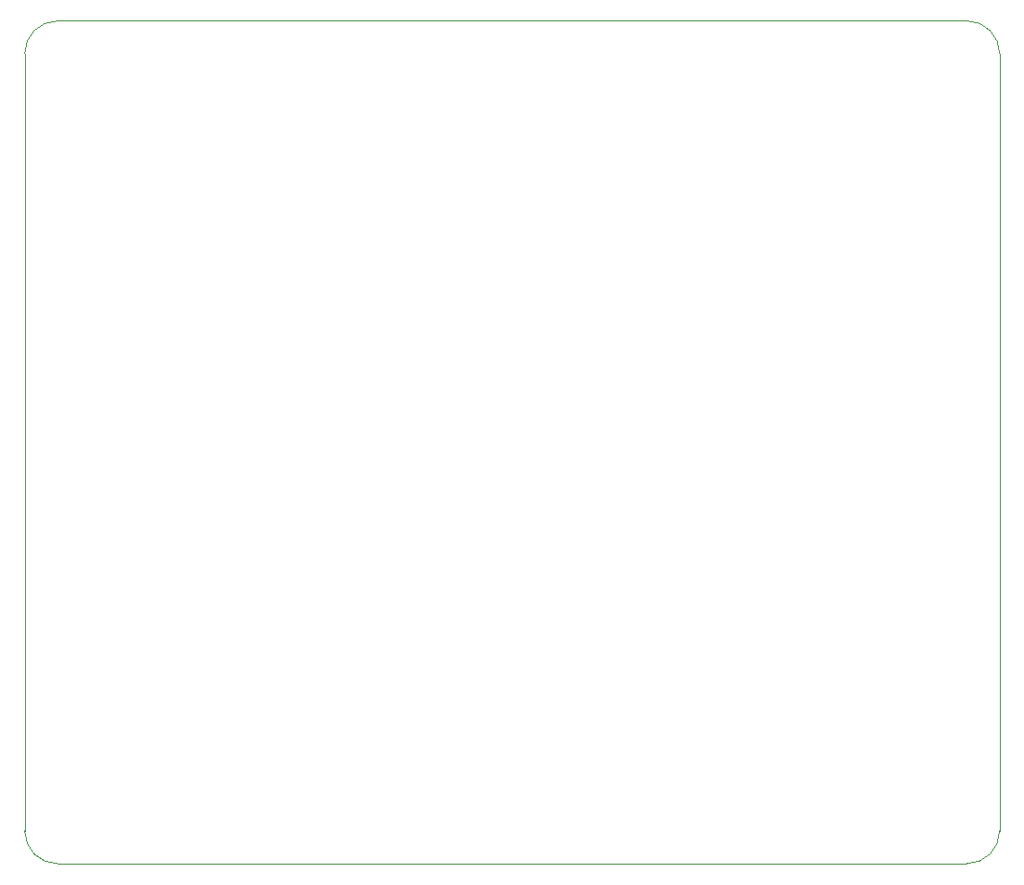
<source format=gbr>
G04 #@! TF.GenerationSoftware,KiCad,Pcbnew,(5.1.2)-2*
G04 #@! TF.CreationDate,2020-02-16T13:47:15-06:00*
G04 #@! TF.ProjectId,AutoSteer7,4175746f-5374-4656-9572-372e6b696361,rev?*
G04 #@! TF.SameCoordinates,Original*
G04 #@! TF.FileFunction,Profile,NP*
%FSLAX46Y46*%
G04 Gerber Fmt 4.6, Leading zero omitted, Abs format (unit mm)*
G04 Created by KiCad (PCBNEW (5.1.2)-2) date 2020-02-16 13:47:15*
%MOMM*%
%LPD*%
G04 APERTURE LIST*
%ADD10C,0.050000*%
G04 APERTURE END LIST*
D10*
X168000000Y-132000000D02*
G75*
G02X165000000Y-135000000I-3000000J0D01*
G01*
X79000000Y-132000000D02*
G75*
G03X82000000Y-135000000I3000000J0D01*
G01*
X79000000Y-61000000D02*
G75*
G02X82000000Y-58000000I3000000J0D01*
G01*
X168000000Y-61000000D02*
G75*
G03X165000000Y-58000000I-3000000J0D01*
G01*
X168000000Y-132000000D02*
X168000000Y-61000000D01*
X82000000Y-135000000D02*
X165000000Y-135000000D01*
X79000000Y-61000000D02*
X79000000Y-132000000D01*
X165000000Y-58000000D02*
X82000000Y-58000000D01*
M02*

</source>
